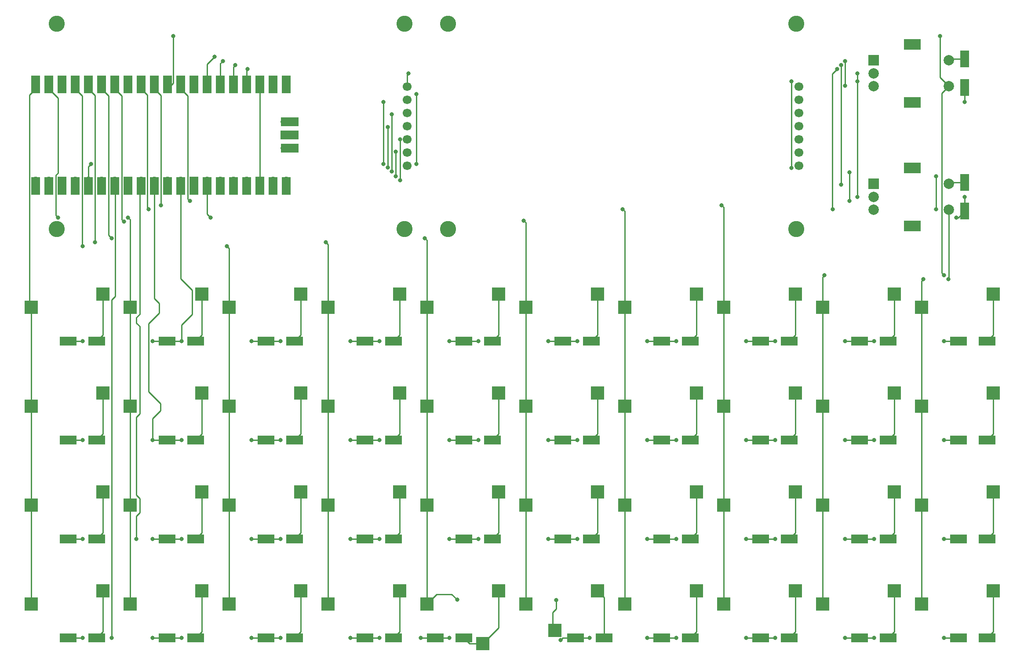
<source format=gbr>
%TF.GenerationSoftware,KiCad,Pcbnew,(6.0.4-0)*%
%TF.CreationDate,2022-09-25T09:44:29-05:00*%
%TF.ProjectId,mekko5X,6d656b6b-6f35-4582-9e6b-696361645f70,rev?*%
%TF.SameCoordinates,Original*%
%TF.FileFunction,Copper,L2,Bot*%
%TF.FilePolarity,Positive*%
%FSLAX46Y46*%
G04 Gerber Fmt 4.6, Leading zero omitted, Abs format (unit mm)*
G04 Created by KiCad (PCBNEW (6.0.4-0)) date 2022-09-25 09:44:29*
%MOMM*%
%LPD*%
G01*
G04 APERTURE LIST*
%TA.AperFunction,SMDPad,CuDef*%
%ADD10R,3.300000X1.700000*%
%TD*%
%TA.AperFunction,SMDPad,CuDef*%
%ADD11R,1.700000X3.300000*%
%TD*%
%TA.AperFunction,ComponentPad*%
%ADD12C,3.100000*%
%TD*%
%TA.AperFunction,ComponentPad*%
%ADD13C,1.700000*%
%TD*%
%TA.AperFunction,SMDPad,CuDef*%
%ADD14R,2.550000X2.500000*%
%TD*%
%TA.AperFunction,ComponentPad*%
%ADD15R,2.000000X2.000000*%
%TD*%
%TA.AperFunction,ComponentPad*%
%ADD16C,2.000000*%
%TD*%
%TA.AperFunction,ComponentPad*%
%ADD17R,3.200000X2.000000*%
%TD*%
%TA.AperFunction,ComponentPad*%
%ADD18O,1.700000X1.700000*%
%TD*%
%TA.AperFunction,SMDPad,CuDef*%
%ADD19R,1.700000X3.500000*%
%TD*%
%TA.AperFunction,ComponentPad*%
%ADD20R,1.700000X1.700000*%
%TD*%
%TA.AperFunction,SMDPad,CuDef*%
%ADD21R,3.500000X1.700000*%
%TD*%
%TA.AperFunction,ViaPad*%
%ADD22C,0.800000*%
%TD*%
%TA.AperFunction,Conductor*%
%ADD23C,0.250000*%
%TD*%
G04 APERTURE END LIST*
D10*
%TO.P,D42,1,K*%
%TO.N,r5*%
X193306250Y-135731250D03*
%TO.P,D42,2,A*%
%TO.N,Net-(D42-Pad2)*%
X198806250Y-135731250D03*
%TD*%
%TO.P,D41,1,K*%
%TO.N,r5*%
X174256250Y-135731250D03*
%TO.P,D41,2,A*%
%TO.N,Net-(D41-Pad2)*%
X179756250Y-135731250D03*
%TD*%
%TO.P,D40,1,K*%
%TO.N,r5*%
X155206250Y-135731250D03*
%TO.P,D40,2,A*%
%TO.N,Net-(D40-Pad2)*%
X160706250Y-135731250D03*
%TD*%
%TO.P,D39,1,K*%
%TO.N,r5*%
X136156250Y-135731250D03*
%TO.P,D39,2,A*%
%TO.N,Net-(D39-Pad2)*%
X141656250Y-135731250D03*
%TD*%
%TO.P,D38,1,K*%
%TO.N,r5*%
X119487500Y-135731250D03*
%TO.P,D38,2,A*%
%TO.N,Net-(D38-Pad2)*%
X124987500Y-135731250D03*
%TD*%
%TO.P,D37,1,K*%
%TO.N,r5*%
X92500000Y-135731250D03*
%TO.P,D37,2,A*%
%TO.N,Net-(D37-Pad2)*%
X98000000Y-135731250D03*
%TD*%
%TO.P,D36,1,K*%
%TO.N,r5*%
X79006250Y-135731250D03*
%TO.P,D36,2,A*%
%TO.N,Net-(D36-Pad2)*%
X84506250Y-135731250D03*
%TD*%
%TO.P,D35,1,K*%
%TO.N,r5*%
X59956250Y-135731250D03*
%TO.P,D35,2,A*%
%TO.N,Net-(D35-Pad2)*%
X65456250Y-135731250D03*
%TD*%
%TO.P,D34,1,K*%
%TO.N,r5*%
X40906250Y-135731250D03*
%TO.P,D34,2,A*%
%TO.N,Net-(D34-Pad2)*%
X46406250Y-135731250D03*
%TD*%
%TO.P,D33,1,K*%
%TO.N,r5*%
X21856250Y-135731250D03*
%TO.P,D33,2,A*%
%TO.N,Net-(D33-Pad2)*%
X27356250Y-135731250D03*
%TD*%
%TO.P,D32,1,K*%
%TO.N,r4*%
X193306250Y-116681250D03*
%TO.P,D32,2,A*%
%TO.N,Net-(D32-Pad2)*%
X198806250Y-116681250D03*
%TD*%
%TO.P,D31,1,K*%
%TO.N,r4*%
X174256250Y-116681250D03*
%TO.P,D31,2,A*%
%TO.N,Net-(D31-Pad2)*%
X179756250Y-116681250D03*
%TD*%
%TO.P,D30,1,K*%
%TO.N,r4*%
X155206250Y-116681250D03*
%TO.P,D30,2,A*%
%TO.N,Net-(D30-Pad2)*%
X160706250Y-116681250D03*
%TD*%
%TO.P,D29,1,K*%
%TO.N,r4*%
X136156250Y-116681250D03*
%TO.P,D29,2,A*%
%TO.N,Net-(D29-Pad2)*%
X141656250Y-116681250D03*
%TD*%
%TO.P,D28,1,K*%
%TO.N,r4*%
X117106250Y-116681250D03*
%TO.P,D28,2,A*%
%TO.N,Net-(D28-Pad2)*%
X122606250Y-116681250D03*
%TD*%
%TO.P,D27,1,K*%
%TO.N,r4*%
X98056250Y-116681250D03*
%TO.P,D27,2,A*%
%TO.N,Net-(D27-Pad2)*%
X103556250Y-116681250D03*
%TD*%
%TO.P,D26,1,K*%
%TO.N,r4*%
X79006250Y-116681250D03*
%TO.P,D26,2,A*%
%TO.N,Net-(D26-Pad2)*%
X84506250Y-116681250D03*
%TD*%
%TO.P,D25,1,K*%
%TO.N,r4*%
X59956250Y-116681250D03*
%TO.P,D25,2,A*%
%TO.N,Net-(D25-Pad2)*%
X65456250Y-116681250D03*
%TD*%
%TO.P,D24,1,K*%
%TO.N,r4*%
X40906250Y-116681250D03*
%TO.P,D24,2,A*%
%TO.N,Net-(D24-Pad2)*%
X46406250Y-116681250D03*
%TD*%
%TO.P,D23,1,K*%
%TO.N,r4*%
X21856250Y-116681250D03*
%TO.P,D23,2,A*%
%TO.N,Net-(D23-Pad2)*%
X27356250Y-116681250D03*
%TD*%
%TO.P,D22,1,K*%
%TO.N,r3*%
X193306250Y-97631250D03*
%TO.P,D22,2,A*%
%TO.N,Net-(D22-Pad2)*%
X198806250Y-97631250D03*
%TD*%
%TO.P,D21,1,K*%
%TO.N,r3*%
X174256250Y-97631250D03*
%TO.P,D21,2,A*%
%TO.N,Net-(D21-Pad2)*%
X179756250Y-97631250D03*
%TD*%
%TO.P,D20,1,K*%
%TO.N,r3*%
X155206250Y-97631250D03*
%TO.P,D20,2,A*%
%TO.N,Net-(D20-Pad2)*%
X160706250Y-97631250D03*
%TD*%
%TO.P,D19,1,K*%
%TO.N,r3*%
X136156250Y-97631250D03*
%TO.P,D19,2,A*%
%TO.N,Net-(D19-Pad2)*%
X141656250Y-97631250D03*
%TD*%
%TO.P,D18,1,K*%
%TO.N,r3*%
X117106250Y-97631250D03*
%TO.P,D18,2,A*%
%TO.N,Net-(D18-Pad2)*%
X122606250Y-97631250D03*
%TD*%
%TO.P,D17,1,K*%
%TO.N,r3*%
X98056250Y-97631250D03*
%TO.P,D17,2,A*%
%TO.N,Net-(D17-Pad2)*%
X103556250Y-97631250D03*
%TD*%
%TO.P,D16,1,K*%
%TO.N,r3*%
X79006250Y-97631250D03*
%TO.P,D16,2,A*%
%TO.N,Net-(D16-Pad2)*%
X84506250Y-97631250D03*
%TD*%
%TO.P,D15,1,K*%
%TO.N,r3*%
X59956250Y-97631250D03*
%TO.P,D15,2,A*%
%TO.N,Net-(D15-Pad2)*%
X65456250Y-97631250D03*
%TD*%
%TO.P,D14,1,K*%
%TO.N,r3*%
X40906250Y-97631250D03*
%TO.P,D14,2,A*%
%TO.N,Net-(D14-Pad2)*%
X46406250Y-97631250D03*
%TD*%
%TO.P,D13,1,K*%
%TO.N,r3*%
X21856250Y-97631250D03*
%TO.P,D13,2,A*%
%TO.N,Net-(D13-Pad2)*%
X27356250Y-97631250D03*
%TD*%
%TO.P,D12,1,K*%
%TO.N,r2*%
X193306250Y-78581250D03*
%TO.P,D12,2,A*%
%TO.N,Net-(D12-Pad2)*%
X198806250Y-78581250D03*
%TD*%
%TO.P,D11,1,K*%
%TO.N,r2*%
X174256250Y-78581250D03*
%TO.P,D11,2,A*%
%TO.N,Net-(D11-Pad2)*%
X179756250Y-78581250D03*
%TD*%
%TO.P,D10,1,K*%
%TO.N,r2*%
X155206250Y-78581250D03*
%TO.P,D10,2,A*%
%TO.N,Net-(D10-Pad2)*%
X160706250Y-78581250D03*
%TD*%
%TO.P,D9,1,K*%
%TO.N,r2*%
X136156250Y-78581250D03*
%TO.P,D9,2,A*%
%TO.N,Net-(D9-Pad2)*%
X141656250Y-78581250D03*
%TD*%
%TO.P,D8,1,K*%
%TO.N,r2*%
X117106250Y-78581250D03*
%TO.P,D8,2,A*%
%TO.N,Net-(D8-Pad2)*%
X122606250Y-78581250D03*
%TD*%
%TO.P,D7,1,K*%
%TO.N,r2*%
X98056250Y-78581250D03*
%TO.P,D7,2,A*%
%TO.N,Net-(D7-Pad2)*%
X103556250Y-78581250D03*
%TD*%
%TO.P,D6,1,K*%
%TO.N,r2*%
X79006250Y-78581250D03*
%TO.P,D6,2,A*%
%TO.N,Net-(D6-Pad2)*%
X84506250Y-78581250D03*
%TD*%
%TO.P,D5,1,K*%
%TO.N,r2*%
X59956250Y-78581250D03*
%TO.P,D5,2,A*%
%TO.N,Net-(D5-Pad2)*%
X65456250Y-78581250D03*
%TD*%
%TO.P,D4,1,K*%
%TO.N,r2*%
X40906250Y-78581250D03*
%TO.P,D4,2,A*%
%TO.N,Net-(D4-Pad2)*%
X46406250Y-78581250D03*
%TD*%
%TO.P,D3,1,K*%
%TO.N,r2*%
X21856250Y-78581250D03*
%TO.P,D3,2,A*%
%TO.N,Net-(D3-Pad2)*%
X27356250Y-78581250D03*
%TD*%
D11*
%TO.P,D2,1,K*%
%TO.N,r1*%
X194468750Y-53550000D03*
%TO.P,D2,2,A*%
%TO.N,Net-(D2-Pad2)*%
X194468750Y-48050000D03*
%TD*%
%TO.P,D1,1,K*%
%TO.N,r1*%
X194468750Y-29737500D03*
%TO.P,D1,2,A*%
%TO.N,Net-(D1-Pad2)*%
X194468750Y-24237500D03*
%TD*%
D12*
%TO.P,U2,*%
%TO.N,*%
X161992500Y-17461250D03*
X94992500Y-17461250D03*
X161992500Y-56961250D03*
X94992500Y-56961250D03*
D13*
%TO.P,U2,1,vss*%
%TO.N,gnd*%
X162492500Y-29591250D03*
%TO.P,U2,2,vdd*%
%TO.N,3v3*%
X162492500Y-32131250D03*
%TO.P,U2,3,sclk*%
%TO.N,sclk*%
X162492500Y-34671250D03*
%TO.P,U2,4,sda*%
%TO.N,sda*%
X162492500Y-37211250D03*
%TO.P,U2,5,res*%
%TO.N,res*%
X162492500Y-39751250D03*
%TO.P,U2,6,dc*%
%TO.N,dc*%
X162492500Y-42291250D03*
%TO.P,U2,7,cs*%
%TO.N,cs2*%
X162492500Y-44831250D03*
%TD*%
D12*
%TO.P,U1,*%
%TO.N,*%
X86586250Y-17461250D03*
X19586250Y-17461250D03*
X86586250Y-56961250D03*
X19586250Y-56961250D03*
D13*
%TO.P,U1,1,vss*%
%TO.N,gnd*%
X87086250Y-29591250D03*
%TO.P,U1,2,vdd*%
%TO.N,3v3*%
X87086250Y-32131250D03*
%TO.P,U1,3,sclk*%
%TO.N,sclk*%
X87086250Y-34671250D03*
%TO.P,U1,4,sda*%
%TO.N,sda*%
X87086250Y-37211250D03*
%TO.P,U1,5,res*%
%TO.N,res*%
X87086250Y-39751250D03*
%TO.P,U1,6,dc*%
%TO.N,dc*%
X87086250Y-42291250D03*
%TO.P,U1,7,cs*%
%TO.N,cs1*%
X87086250Y-44831250D03*
%TD*%
D14*
%TO.P,SW35,1,A*%
%TO.N,Net-(D35-Pad2)*%
X66615000Y-126682500D03*
%TO.P,SW35,2,B*%
%TO.N,c3*%
X52765000Y-129222500D03*
%TD*%
%TO.P,SW26,1,A*%
%TO.N,Net-(D26-Pad2)*%
X85665000Y-107632500D03*
%TO.P,SW26,2,B*%
%TO.N,c4*%
X71815000Y-110172500D03*
%TD*%
%TO.P,SW24,1,A*%
%TO.N,Net-(D24-Pad2)*%
X47565000Y-107632500D03*
%TO.P,SW24,2,B*%
%TO.N,c2*%
X33715000Y-110172500D03*
%TD*%
%TO.P,SW22,1,A*%
%TO.N,Net-(D22-Pad2)*%
X199965000Y-88582500D03*
%TO.P,SW22,2,B*%
%TO.N,c10*%
X186115000Y-91122500D03*
%TD*%
%TO.P,SW9,1,A*%
%TO.N,Net-(D9-Pad2)*%
X142815000Y-69532500D03*
%TO.P,SW9,2,B*%
%TO.N,c7*%
X128965000Y-72072500D03*
%TD*%
%TO.P,SW18,1,A*%
%TO.N,Net-(D18-Pad2)*%
X123765000Y-88582500D03*
%TO.P,SW18,2,B*%
%TO.N,c6*%
X109915000Y-91122500D03*
%TD*%
%TO.P,SW8,1,A*%
%TO.N,Net-(D8-Pad2)*%
X123765000Y-69532500D03*
%TO.P,SW8,2,B*%
%TO.N,c6*%
X109915000Y-72072500D03*
%TD*%
%TO.P,SW32,1,A*%
%TO.N,Net-(D32-Pad2)*%
X199965000Y-107632500D03*
%TO.P,SW32,2,B*%
%TO.N,c10*%
X186115000Y-110172500D03*
%TD*%
D15*
%TO.P,SW1,A,A*%
%TO.N,a1*%
X176900000Y-24487500D03*
D16*
%TO.P,SW1,B,B*%
%TO.N,b1*%
X176900000Y-29487500D03*
%TO.P,SW1,C,C*%
%TO.N,gnd*%
X176900000Y-26987500D03*
D17*
%TO.P,SW1,MP*%
%TO.N,N/C*%
X184400000Y-32587500D03*
X184400000Y-21387500D03*
D16*
%TO.P,SW1,S1,S1*%
%TO.N,c9*%
X191400000Y-29487500D03*
%TO.P,SW1,S2,S2*%
%TO.N,Net-(D1-Pad2)*%
X191400000Y-24487500D03*
%TD*%
D14*
%TO.P,SW29,1,A*%
%TO.N,Net-(D29-Pad2)*%
X142815000Y-107632500D03*
%TO.P,SW29,2,B*%
%TO.N,c7*%
X128965000Y-110172500D03*
%TD*%
%TO.P,SW21,1,A*%
%TO.N,Net-(D21-Pad2)*%
X180915000Y-88582500D03*
%TO.P,SW21,2,B*%
%TO.N,c9*%
X167065000Y-91122500D03*
%TD*%
%TO.P,SW5,1,A*%
%TO.N,Net-(D5-Pad2)*%
X66615000Y-69532500D03*
%TO.P,SW5,2,B*%
%TO.N,c3*%
X52765000Y-72072500D03*
%TD*%
%TO.P,SW41,1,A*%
%TO.N,Net-(D41-Pad2)*%
X180915000Y-126682500D03*
%TO.P,SW41,2,B*%
%TO.N,c9*%
X167065000Y-129222500D03*
%TD*%
%TO.P,SW3,1,A*%
%TO.N,Net-(D3-Pad2)*%
X28515000Y-69532500D03*
%TO.P,SW3,2,B*%
%TO.N,c1*%
X14665000Y-72072500D03*
%TD*%
%TO.P,SW42,1,A*%
%TO.N,Net-(D42-Pad2)*%
X199965000Y-126682500D03*
%TO.P,SW42,2,B*%
%TO.N,c10*%
X186115000Y-129222500D03*
%TD*%
%TO.P,SW34,1,A*%
%TO.N,Net-(D34-Pad2)*%
X47565000Y-126682500D03*
%TO.P,SW34,2,B*%
%TO.N,c2*%
X33715000Y-129222500D03*
%TD*%
%TO.P,SW10,1,A*%
%TO.N,Net-(D10-Pad2)*%
X161865000Y-69532500D03*
%TO.P,SW10,2,B*%
%TO.N,c8*%
X148015000Y-72072500D03*
%TD*%
%TO.P,SW30,1,A*%
%TO.N,Net-(D30-Pad2)*%
X161865000Y-107632500D03*
%TO.P,SW30,2,B*%
%TO.N,c8*%
X148015000Y-110172500D03*
%TD*%
%TO.P,SW36,1,A*%
%TO.N,Net-(D36-Pad2)*%
X85665000Y-126682500D03*
%TO.P,SW36,2,B*%
%TO.N,c4*%
X71815000Y-129222500D03*
%TD*%
%TO.P,SW4,1,A*%
%TO.N,Net-(D4-Pad2)*%
X47565000Y-69532500D03*
%TO.P,SW4,2,B*%
%TO.N,c2*%
X33715000Y-72072500D03*
%TD*%
%TO.P,SW31,1,A*%
%TO.N,Net-(D31-Pad2)*%
X180915000Y-107632500D03*
%TO.P,SW31,2,B*%
%TO.N,c9*%
X167065000Y-110172500D03*
%TD*%
%TO.P,SW16,1,A*%
%TO.N,Net-(D16-Pad2)*%
X85665000Y-88582500D03*
%TO.P,SW16,2,B*%
%TO.N,c4*%
X71815000Y-91122500D03*
%TD*%
%TO.P,SW33,1,A*%
%TO.N,Net-(D33-Pad2)*%
X28515000Y-126682500D03*
%TO.P,SW33,2,B*%
%TO.N,c1*%
X14665000Y-129222500D03*
%TD*%
%TO.P,SW7,1,A*%
%TO.N,Net-(D7-Pad2)*%
X104715000Y-69532500D03*
%TO.P,SW7,2,B*%
%TO.N,c5*%
X90865000Y-72072500D03*
%TD*%
%TO.P,SW44,1,A*%
%TO.N,Net-(D37-Pad2)*%
X101660000Y-136842500D03*
%TO.P,SW44,2,B*%
%TO.N,c5*%
X115510000Y-134302500D03*
%TD*%
D15*
%TO.P,SW2,A,A*%
%TO.N,a2*%
X176900000Y-48300000D03*
D16*
%TO.P,SW2,B,B*%
%TO.N,b2*%
X176900000Y-53300000D03*
%TO.P,SW2,C,C*%
%TO.N,gnd*%
X176900000Y-50800000D03*
D17*
%TO.P,SW2,MP*%
%TO.N,N/C*%
X184400000Y-56400000D03*
X184400000Y-45200000D03*
D16*
%TO.P,SW2,S1,S1*%
%TO.N,c10*%
X191400000Y-53300000D03*
%TO.P,SW2,S2,S2*%
%TO.N,Net-(D2-Pad2)*%
X191400000Y-48300000D03*
%TD*%
D14*
%TO.P,SW37,1,A*%
%TO.N,Net-(D37-Pad2)*%
X104715000Y-126682500D03*
%TO.P,SW37,2,B*%
%TO.N,c5*%
X90865000Y-129222500D03*
%TD*%
%TO.P,SW27,1,A*%
%TO.N,Net-(D27-Pad2)*%
X104715000Y-107632500D03*
%TO.P,SW27,2,B*%
%TO.N,c5*%
X90865000Y-110172500D03*
%TD*%
%TO.P,SW11,1,A*%
%TO.N,Net-(D11-Pad2)*%
X180915000Y-69532500D03*
%TO.P,SW11,2,B*%
%TO.N,c9*%
X167065000Y-72072500D03*
%TD*%
%TO.P,SW20,1,A*%
%TO.N,Net-(D20-Pad2)*%
X161865000Y-88582500D03*
%TO.P,SW20,2,B*%
%TO.N,c8*%
X148015000Y-91122500D03*
%TD*%
%TO.P,SW15,1,A*%
%TO.N,Net-(D15-Pad2)*%
X66615000Y-88582500D03*
%TO.P,SW15,2,B*%
%TO.N,c3*%
X52765000Y-91122500D03*
%TD*%
%TO.P,SW38,1,A*%
%TO.N,Net-(D38-Pad2)*%
X123765000Y-126682500D03*
%TO.P,SW38,2,B*%
%TO.N,c6*%
X109915000Y-129222500D03*
%TD*%
%TO.P,SW39,1,A*%
%TO.N,Net-(D39-Pad2)*%
X142815000Y-126682500D03*
%TO.P,SW39,2,B*%
%TO.N,c7*%
X128965000Y-129222500D03*
%TD*%
%TO.P,SW19,1,A*%
%TO.N,Net-(D19-Pad2)*%
X142815000Y-88582500D03*
%TO.P,SW19,2,B*%
%TO.N,c7*%
X128965000Y-91122500D03*
%TD*%
%TO.P,SW6,1,A*%
%TO.N,Net-(D6-Pad2)*%
X85665000Y-69532500D03*
%TO.P,SW6,2,B*%
%TO.N,c4*%
X71815000Y-72072500D03*
%TD*%
%TO.P,SW13,1,A*%
%TO.N,Net-(D13-Pad2)*%
X28515000Y-88582500D03*
%TO.P,SW13,2,B*%
%TO.N,c1*%
X14665000Y-91122500D03*
%TD*%
%TO.P,SW28,1,A*%
%TO.N,Net-(D28-Pad2)*%
X123765000Y-107632500D03*
%TO.P,SW28,2,B*%
%TO.N,c6*%
X109915000Y-110172500D03*
%TD*%
%TO.P,SW25,1,A*%
%TO.N,Net-(D25-Pad2)*%
X66615000Y-107632500D03*
%TO.P,SW25,2,B*%
%TO.N,c3*%
X52765000Y-110172500D03*
%TD*%
%TO.P,SW40,1,A*%
%TO.N,Net-(D40-Pad2)*%
X161865000Y-126682500D03*
%TO.P,SW40,2,B*%
%TO.N,c8*%
X148015000Y-129222500D03*
%TD*%
%TO.P,SW17,1,A*%
%TO.N,Net-(D17-Pad2)*%
X104715000Y-88582500D03*
%TO.P,SW17,2,B*%
%TO.N,c5*%
X90865000Y-91122500D03*
%TD*%
%TO.P,SW23,1,A*%
%TO.N,Net-(D23-Pad2)*%
X28515000Y-107632500D03*
%TO.P,SW23,2,B*%
%TO.N,c1*%
X14665000Y-110172500D03*
%TD*%
%TO.P,SW14,1,A*%
%TO.N,Net-(D14-Pad2)*%
X47565000Y-88582500D03*
%TO.P,SW14,2,B*%
%TO.N,c2*%
X33715000Y-91122500D03*
%TD*%
%TO.P,SW12,1,A*%
%TO.N,Net-(D12-Pad2)*%
X199965000Y-69532500D03*
%TO.P,SW12,2,B*%
%TO.N,c10*%
X186115000Y-72072500D03*
%TD*%
D18*
%TO.P,U3,1,GPIO0*%
%TO.N,c1*%
X15557500Y-30003750D03*
D19*
X15557500Y-29103750D03*
%TO.P,U3,2,GPIO1*%
%TO.N,c2*%
X18097500Y-29103750D03*
D18*
X18097500Y-30003750D03*
D20*
%TO.P,U3,3,GND*%
%TO.N,unconnected-(U3-Pad3)*%
X20637500Y-30003750D03*
D19*
X20637500Y-29103750D03*
%TO.P,U3,4,GPIO2*%
%TO.N,c3*%
X23177500Y-29103750D03*
D18*
X23177500Y-30003750D03*
D19*
%TO.P,U3,5,GPIO3*%
%TO.N,c4*%
X25717500Y-29103750D03*
D18*
X25717500Y-30003750D03*
%TO.P,U3,6,GPIO4*%
%TO.N,c5*%
X28257500Y-30003750D03*
D19*
X28257500Y-29103750D03*
%TO.P,U3,7,GPIO5*%
%TO.N,c6*%
X30797500Y-29103750D03*
D18*
X30797500Y-30003750D03*
D19*
%TO.P,U3,8,GND*%
%TO.N,unconnected-(U3-Pad8)*%
X33337500Y-29103750D03*
D20*
X33337500Y-30003750D03*
D19*
%TO.P,U3,9,GPIO6*%
%TO.N,c7*%
X35877500Y-29103750D03*
D18*
X35877500Y-30003750D03*
%TO.P,U3,10,GPIO7*%
%TO.N,c8*%
X38417500Y-30003750D03*
D19*
X38417500Y-29103750D03*
D18*
%TO.P,U3,11,GPIO8*%
%TO.N,c9*%
X40957500Y-30003750D03*
D19*
X40957500Y-29103750D03*
D18*
%TO.P,U3,12,GPIO9*%
%TO.N,c10*%
X43497500Y-30003750D03*
D19*
X43497500Y-29103750D03*
%TO.P,U3,13,GND*%
%TO.N,unconnected-(U3-Pad13)*%
X46037500Y-29103750D03*
D20*
X46037500Y-30003750D03*
D19*
%TO.P,U3,14,GPIO10*%
%TO.N,a1*%
X48577500Y-29103750D03*
D18*
X48577500Y-30003750D03*
D19*
%TO.P,U3,15,GPIO11*%
%TO.N,b1*%
X51117500Y-29103750D03*
D18*
X51117500Y-30003750D03*
D19*
%TO.P,U3,16,GPIO12*%
%TO.N,a2*%
X53657500Y-29103750D03*
D18*
X53657500Y-30003750D03*
%TO.P,U3,17,GPIO13*%
%TO.N,b2*%
X56197500Y-30003750D03*
D19*
X56197500Y-29103750D03*
D20*
%TO.P,U3,18,GND*%
%TO.N,gnd*%
X58737500Y-30003750D03*
D19*
X58737500Y-29103750D03*
%TO.P,U3,19,GPIO14*%
%TO.N,cs2*%
X61277500Y-29103750D03*
D18*
X61277500Y-30003750D03*
D19*
%TO.P,U3,20,GPIO15*%
%TO.N,cs1*%
X63817500Y-29103750D03*
D18*
X63817500Y-30003750D03*
D19*
%TO.P,U3,21,GPIO16*%
%TO.N,res*%
X63817500Y-48683750D03*
D18*
X63817500Y-47783750D03*
%TO.P,U3,22,GPIO17*%
%TO.N,dc*%
X61277500Y-47783750D03*
D19*
X61277500Y-48683750D03*
%TO.P,U3,23,GND*%
%TO.N,gnd*%
X58737500Y-48683750D03*
D20*
X58737500Y-47783750D03*
D19*
%TO.P,U3,24,GPIO18*%
%TO.N,sclk*%
X56197500Y-48683750D03*
D18*
X56197500Y-47783750D03*
%TO.P,U3,25,GPIO19*%
%TO.N,sda*%
X53657500Y-47783750D03*
D19*
X53657500Y-48683750D03*
D18*
%TO.P,U3,26,GPIO20*%
%TO.N,unconnected-(U3-Pad26)*%
X51117500Y-47783750D03*
D19*
X51117500Y-48683750D03*
D18*
%TO.P,U3,27,GPIO21*%
%TO.N,r1*%
X48577500Y-47783750D03*
D19*
X48577500Y-48683750D03*
%TO.P,U3,28,GND*%
%TO.N,unconnected-(U3-Pad28)*%
X46037500Y-48683750D03*
D20*
X46037500Y-47783750D03*
D19*
%TO.P,U3,29,GPIO22*%
%TO.N,r2*%
X43497500Y-48683750D03*
D18*
X43497500Y-47783750D03*
D19*
%TO.P,U3,30,RUN*%
%TO.N,unconnected-(U3-Pad30)*%
X40957500Y-48683750D03*
D18*
X40957500Y-47783750D03*
D19*
%TO.P,U3,31,GPIO26_ADC0*%
%TO.N,r3*%
X38417500Y-48683750D03*
D18*
X38417500Y-47783750D03*
%TO.P,U3,32,GPIO27_ADC1*%
%TO.N,r4*%
X35877500Y-47783750D03*
D19*
X35877500Y-48683750D03*
D20*
%TO.P,U3,33,AGND*%
%TO.N,unconnected-(U3-Pad33)*%
X33337500Y-47783750D03*
D19*
X33337500Y-48683750D03*
D18*
%TO.P,U3,34,GPIO28_ADC2*%
%TO.N,r5*%
X30797500Y-47783750D03*
D19*
X30797500Y-48683750D03*
D18*
%TO.P,U3,35,ADC_VREF*%
%TO.N,unconnected-(U3-Pad35)*%
X28257500Y-47783750D03*
D19*
X28257500Y-48683750D03*
D18*
%TO.P,U3,36,3V3*%
%TO.N,3v3*%
X25717500Y-47783750D03*
D19*
X25717500Y-48683750D03*
D18*
%TO.P,U3,37,3V3_EN*%
%TO.N,unconnected-(U3-Pad37)*%
X23177500Y-47783750D03*
D19*
X23177500Y-48683750D03*
D20*
%TO.P,U3,38,GND*%
%TO.N,unconnected-(U3-Pad38)*%
X20637500Y-47783750D03*
D19*
X20637500Y-48683750D03*
%TO.P,U3,39,VSYS*%
%TO.N,unconnected-(U3-Pad39)*%
X18097500Y-48683750D03*
D18*
X18097500Y-47783750D03*
%TO.P,U3,40,VBUS*%
%TO.N,unconnected-(U3-Pad40)*%
X15557500Y-47783750D03*
D19*
X15557500Y-48683750D03*
D18*
%TO.P,U3,41,SWCLK*%
%TO.N,unconnected-(U3-Pad41)*%
X63587500Y-36353750D03*
D21*
X64487500Y-36353750D03*
D20*
%TO.P,U3,42,GND*%
%TO.N,unconnected-(U3-Pad42)*%
X63587500Y-38893750D03*
D21*
X64487500Y-38893750D03*
D18*
%TO.P,U3,43,SWDIO*%
%TO.N,unconnected-(U3-Pad43)*%
X63587500Y-41433750D03*
D21*
X64487500Y-41433750D03*
%TD*%
D22*
%TO.N,cs2*%
X161131250Y-45243750D03*
X161131250Y-28575000D03*
%TO.N,cs1*%
X88900000Y-44450000D03*
%TO.N,gnd*%
X173831250Y-28575000D03*
%TO.N,cs1*%
X88900000Y-30956250D03*
%TO.N,res*%
X85725000Y-39687500D03*
%TO.N,dc*%
X84931250Y-42068750D03*
%TO.N,sclk*%
X84137500Y-34925000D03*
%TO.N,3v3*%
X82550000Y-32543750D03*
%TO.N,gnd*%
X87312500Y-26987500D03*
%TO.N,r1*%
X194468750Y-50800000D03*
X192881250Y-54768750D03*
X49212500Y-54768750D03*
X194468750Y-32543750D03*
%TO.N,r2*%
X24606250Y-78581250D03*
X152400000Y-78581250D03*
X76200000Y-78581250D03*
X133350000Y-78581250D03*
X81756250Y-78581250D03*
X57150000Y-78581250D03*
X119856250Y-78581250D03*
X177006250Y-78581250D03*
X190500000Y-78581250D03*
X114300000Y-78581250D03*
X43656250Y-78581250D03*
X62706250Y-78581250D03*
X157956250Y-78581250D03*
X100806250Y-78581250D03*
X171450000Y-78581250D03*
X138906250Y-78581250D03*
X95250000Y-78581250D03*
X38100000Y-78581250D03*
%TO.N,r3*%
X157956250Y-97631250D03*
X95250000Y-97631250D03*
X152400000Y-97631250D03*
X138906250Y-97631250D03*
X57150000Y-97631250D03*
X76200000Y-97631250D03*
X133350000Y-97631250D03*
X119856250Y-97631250D03*
X114300000Y-97631250D03*
X190500000Y-97631250D03*
X177006250Y-97631250D03*
X81756250Y-97631250D03*
X171450000Y-97631250D03*
X100806250Y-97631250D03*
X43656250Y-97631250D03*
X24606250Y-97631250D03*
X62706250Y-97631250D03*
X38100000Y-97631250D03*
%TO.N,r4*%
X177006250Y-116681250D03*
X76200000Y-116681250D03*
X119856250Y-116681250D03*
X81756250Y-116681250D03*
X190500000Y-116681250D03*
X171450000Y-116681250D03*
X57150000Y-116681250D03*
X34925000Y-116681250D03*
X100806250Y-116681250D03*
X43656250Y-116681250D03*
X38100000Y-116681250D03*
X138906250Y-116681250D03*
X133350000Y-116681250D03*
X24606250Y-116681250D03*
X62706250Y-116681250D03*
X114300000Y-116681250D03*
X95250000Y-116681250D03*
X152400000Y-116681250D03*
X157956250Y-116681250D03*
%TO.N,r5*%
X89693750Y-135731250D03*
X152400000Y-135731250D03*
X76200000Y-135731250D03*
X62706250Y-135731250D03*
X30162500Y-135731250D03*
X57150000Y-135731250D03*
X171450000Y-135731250D03*
X157956250Y-135731250D03*
X81756250Y-135731250D03*
X122237500Y-135731250D03*
X116681250Y-136152002D03*
X43656250Y-135731250D03*
X190500000Y-135731250D03*
X38100000Y-135731250D03*
X24606250Y-135731250D03*
X138906250Y-135731250D03*
X95250000Y-135731250D03*
X133350000Y-135731250D03*
X177006250Y-135731250D03*
%TO.N,a1*%
X50006250Y-23812500D03*
%TO.N,b1*%
X171450000Y-29368750D03*
X51593750Y-24606250D03*
X171450000Y-24606250D03*
%TO.N,gnd*%
X173831250Y-50800000D03*
X173831250Y-26987500D03*
%TO.N,c9*%
X189706250Y-19843750D03*
X190500000Y-65881250D03*
X167481250Y-65881250D03*
X42068750Y-19843750D03*
%TO.N,a2*%
X170656250Y-25400000D03*
X170656250Y-48418750D03*
X53975000Y-25400000D03*
%TO.N,b2*%
X169068750Y-53181250D03*
X56356250Y-26193750D03*
X169862500Y-26193750D03*
%TO.N,c10*%
X191293750Y-66675000D03*
X172243750Y-51593750D03*
X45243750Y-51593750D03*
X188912500Y-46831250D03*
X186531250Y-66675000D03*
X188912500Y-53181250D03*
X172243750Y-46037500D03*
%TO.N,c2*%
X33337500Y-54768750D03*
X19843750Y-54768750D03*
%TO.N,c3*%
X52387500Y-60325000D03*
X24606250Y-60325000D03*
%TO.N,c4*%
X26987500Y-59531250D03*
X71437500Y-59560261D03*
%TO.N,c5*%
X30162500Y-58737500D03*
X96724215Y-128395596D03*
X90487500Y-58737500D03*
X115761456Y-128435499D03*
%TO.N,c6*%
X109537500Y-55349011D03*
X32543750Y-55562500D03*
%TO.N,c7*%
X128587500Y-53181250D03*
X37306250Y-53181250D03*
%TO.N,c8*%
X39687500Y-52387500D03*
X147637500Y-52387500D03*
%TO.N,3v3*%
X26193750Y-44450000D03*
X82550000Y-44435739D03*
%TO.N,sclk*%
X84137500Y-45884739D03*
%TO.N,sda*%
X83343750Y-37306250D03*
X83343750Y-45160239D03*
%TO.N,res*%
X85725000Y-47625000D03*
%TO.N,dc*%
X84931250Y-46831250D03*
%TD*%
D23*
%TO.N,cs2*%
X161131250Y-28575000D02*
X161131250Y-45243750D01*
%TO.N,cs1*%
X88900000Y-30956250D02*
X88900000Y-44450000D01*
%TO.N,gnd*%
X173831250Y-44450000D02*
X173831250Y-28575000D01*
X173831250Y-28575000D02*
X173831250Y-26987500D01*
%TO.N,res*%
X85725000Y-47625000D02*
X85725000Y-39687500D01*
%TO.N,dc*%
X84931250Y-46831250D02*
X84931250Y-42068750D01*
%TO.N,sclk*%
X84137500Y-45884739D02*
X84137500Y-34925000D01*
%TO.N,3v3*%
X82550000Y-44435739D02*
X82550000Y-32543750D01*
%TO.N,gnd*%
X87312500Y-26987500D02*
X87086250Y-27213750D01*
X87086250Y-27213750D02*
X87086250Y-29591250D01*
%TO.N,r1*%
X194468750Y-50800000D02*
X194468750Y-53550000D01*
X48577500Y-54133750D02*
X49212500Y-54768750D01*
X192881250Y-54768750D02*
X193250000Y-54768750D01*
X194468750Y-29737500D02*
X194468750Y-32543750D01*
X48577500Y-47783750D02*
X48577500Y-54133750D01*
X193250000Y-54768750D02*
X194468750Y-53550000D01*
%TO.N,Net-(D1-Pad2)*%
X194468750Y-24237500D02*
X191650000Y-24237500D01*
X191650000Y-24237500D02*
X191400000Y-24487500D01*
%TO.N,Net-(D2-Pad2)*%
X194468750Y-48050000D02*
X191650000Y-48050000D01*
X191650000Y-48050000D02*
X191400000Y-48300000D01*
%TO.N,r2*%
X98056250Y-78581250D02*
X95250000Y-78581250D01*
X157956250Y-78581250D02*
X155206250Y-78581250D01*
X45689521Y-73372979D02*
X43656250Y-75406250D01*
X43656250Y-75406250D02*
X43656250Y-78581250D01*
X136156250Y-78581250D02*
X133350000Y-78581250D01*
X62706250Y-78581250D02*
X59956250Y-78581250D01*
X81756250Y-78581250D02*
X79006250Y-78581250D01*
X117106250Y-78581250D02*
X114300000Y-78581250D01*
X43497500Y-66564026D02*
X45689521Y-68756047D01*
X193306250Y-78581250D02*
X190500000Y-78581250D01*
X43497500Y-47783750D02*
X43497500Y-66564026D01*
X45689521Y-68756047D02*
X45689521Y-73372979D01*
X59956250Y-78581250D02*
X57150000Y-78581250D01*
X174256250Y-78581250D02*
X171450000Y-78581250D01*
X79006250Y-78581250D02*
X76200000Y-78581250D01*
X100806250Y-78581250D02*
X98056250Y-78581250D01*
X138906250Y-78581250D02*
X136156250Y-78581250D01*
X40906250Y-78581250D02*
X38100000Y-78581250D01*
X24606250Y-78581250D02*
X21856250Y-78581250D01*
X177006250Y-78581250D02*
X174256250Y-78581250D01*
X43656250Y-78581250D02*
X40906250Y-78581250D01*
X119856250Y-78581250D02*
X117106250Y-78581250D01*
X155206250Y-78581250D02*
X152400000Y-78581250D01*
%TO.N,Net-(D3-Pad2)*%
X28530421Y-69547921D02*
X28530421Y-77407079D01*
X28530421Y-77407079D02*
X27356250Y-78581250D01*
X28515000Y-69532500D02*
X28530421Y-69547921D01*
%TO.N,Net-(D4-Pad2)*%
X47565000Y-69532500D02*
X47580421Y-69547921D01*
X47580421Y-69547921D02*
X47580421Y-77407079D01*
X47580421Y-77407079D02*
X46406250Y-78581250D01*
%TO.N,Net-(D5-Pad2)*%
X66630421Y-69547921D02*
X66630421Y-77407079D01*
X66630421Y-77407079D02*
X65456250Y-78581250D01*
X66615000Y-69532500D02*
X66630421Y-69547921D01*
%TO.N,Net-(D6-Pad2)*%
X85665000Y-69532500D02*
X85680421Y-69547921D01*
X85680421Y-77407079D02*
X84506250Y-78581250D01*
X85680421Y-69547921D02*
X85680421Y-77407079D01*
%TO.N,Net-(D7-Pad2)*%
X104715000Y-69532500D02*
X104730421Y-69547921D01*
X104730421Y-77407079D02*
X103556250Y-78581250D01*
X104730421Y-69547921D02*
X104730421Y-77407079D01*
%TO.N,Net-(D8-Pad2)*%
X123780421Y-69547921D02*
X123780421Y-77407079D01*
X123780421Y-77407079D02*
X122606250Y-78581250D01*
X123765000Y-69532500D02*
X123780421Y-69547921D01*
%TO.N,Net-(D9-Pad2)*%
X142830421Y-77407079D02*
X141656250Y-78581250D01*
X142815000Y-69532500D02*
X142830421Y-69547921D01*
X142830421Y-69547921D02*
X142830421Y-77407079D01*
%TO.N,Net-(D10-Pad2)*%
X161880421Y-77407079D02*
X160706250Y-78581250D01*
X161865000Y-69532500D02*
X161880421Y-69547921D01*
X161880421Y-69547921D02*
X161880421Y-77407079D01*
%TO.N,Net-(D11-Pad2)*%
X180930421Y-69547921D02*
X180930421Y-77407079D01*
X180915000Y-69532500D02*
X180930421Y-69547921D01*
X180930421Y-77407079D02*
X179756250Y-78581250D01*
%TO.N,Net-(D12-Pad2)*%
X199980421Y-77407079D02*
X198806250Y-78581250D01*
X199980421Y-69547921D02*
X199980421Y-77407079D01*
X199965000Y-69532500D02*
X199980421Y-69547921D01*
%TO.N,r3*%
X21856250Y-97631250D02*
X24606250Y-97631250D01*
X117106250Y-97631250D02*
X119856250Y-97631250D01*
X152400000Y-97631250D02*
X155206250Y-97631250D01*
X76200000Y-97631250D02*
X79006250Y-97631250D01*
X39600273Y-90606799D02*
X39600273Y-91987773D01*
X59956250Y-97631250D02*
X62706250Y-97631250D01*
X136156250Y-97631250D02*
X138906250Y-97631250D01*
X40906250Y-97631250D02*
X43656250Y-97631250D01*
X133350000Y-97631250D02*
X136156250Y-97631250D01*
X190500000Y-97631250D02*
X193306250Y-97631250D01*
X39339521Y-71296047D02*
X39339521Y-73198525D01*
X155206250Y-97631250D02*
X157956250Y-97631250D01*
X171450000Y-97631250D02*
X174256250Y-97631250D01*
X79006250Y-97631250D02*
X81756250Y-97631250D01*
X38417500Y-47783750D02*
X38417500Y-70374026D01*
X98056250Y-97631250D02*
X100806250Y-97631250D01*
X38100000Y-93488046D02*
X38100000Y-97631250D01*
X95250000Y-97631250D02*
X98056250Y-97631250D01*
X39339521Y-73198525D02*
X37306250Y-75231796D01*
X37306250Y-75231796D02*
X37306250Y-88312776D01*
X38417500Y-70374026D02*
X39339521Y-71296047D01*
X174256250Y-97631250D02*
X177006250Y-97631250D01*
X114300000Y-97631250D02*
X117106250Y-97631250D01*
X38100000Y-97631250D02*
X40906250Y-97631250D01*
X57150000Y-97631250D02*
X59956250Y-97631250D01*
X37306250Y-88312776D02*
X39600273Y-90606799D01*
X39600273Y-91987773D02*
X38100000Y-93488046D01*
%TO.N,Net-(D13-Pad2)*%
X28530421Y-88597921D02*
X28530421Y-96457079D01*
X28530421Y-96457079D02*
X27356250Y-97631250D01*
X28515000Y-88582500D02*
X28530421Y-88597921D01*
%TO.N,Net-(D14-Pad2)*%
X47580421Y-88597921D02*
X47580421Y-96457079D01*
X47565000Y-88582500D02*
X47580421Y-88597921D01*
X47580421Y-96457079D02*
X46406250Y-97631250D01*
%TO.N,Net-(D15-Pad2)*%
X66630421Y-96457079D02*
X65456250Y-97631250D01*
X66615000Y-88582500D02*
X66630421Y-88597921D01*
X66630421Y-88597921D02*
X66630421Y-96457079D01*
%TO.N,Net-(D16-Pad2)*%
X85665000Y-88582500D02*
X85680421Y-88597921D01*
X85680421Y-88597921D02*
X85680421Y-96457079D01*
X85680421Y-96457079D02*
X84506250Y-97631250D01*
%TO.N,Net-(D17-Pad2)*%
X104715000Y-88582500D02*
X104730421Y-88597921D01*
X104730421Y-96457079D02*
X103556250Y-97631250D01*
X104730421Y-88597921D02*
X104730421Y-96457079D01*
%TO.N,Net-(D18-Pad2)*%
X123765000Y-88582500D02*
X123780421Y-88597921D01*
X123780421Y-88597921D02*
X123780421Y-96457079D01*
X123780421Y-96457079D02*
X122606250Y-97631250D01*
%TO.N,Net-(D19-Pad2)*%
X142830421Y-88597921D02*
X142830421Y-96457079D01*
X142815000Y-88582500D02*
X142830421Y-88597921D01*
X142830421Y-96457079D02*
X141656250Y-97631250D01*
%TO.N,Net-(D20-Pad2)*%
X161865000Y-88582500D02*
X161880421Y-88597921D01*
X161880421Y-96457079D02*
X160706250Y-97631250D01*
X161880421Y-88597921D02*
X161880421Y-96457079D01*
%TO.N,Net-(D21-Pad2)*%
X180930421Y-88597921D02*
X180930421Y-96457079D01*
X180915000Y-88582500D02*
X180930421Y-88597921D01*
X180930421Y-96457079D02*
X179756250Y-97631250D01*
%TO.N,Net-(D22-Pad2)*%
X199965000Y-88582500D02*
X199980421Y-88597921D01*
X199980421Y-88597921D02*
X199980421Y-96457079D01*
X199980421Y-96457079D02*
X198806250Y-97631250D01*
%TO.N,r4*%
X133350000Y-116681250D02*
X136156250Y-116681250D01*
X35590479Y-111584013D02*
X34925000Y-112249492D01*
X59956250Y-116681250D02*
X62706250Y-116681250D01*
X117106250Y-116681250D02*
X119856250Y-116681250D01*
X34925000Y-108208478D02*
X35590479Y-108873957D01*
X190500000Y-116681250D02*
X193306250Y-116681250D01*
X171450000Y-116681250D02*
X174256250Y-116681250D01*
X174256250Y-116681250D02*
X177006250Y-116681250D01*
X34969579Y-75120087D02*
X35590479Y-75740987D01*
X79006250Y-116681250D02*
X81756250Y-116681250D01*
X35590479Y-92534013D02*
X34925000Y-93199492D01*
X98056250Y-116681250D02*
X100806250Y-116681250D01*
X40906250Y-116681250D02*
X43656250Y-116681250D01*
X95250000Y-116681250D02*
X98056250Y-116681250D01*
X34925000Y-93199492D02*
X34925000Y-108208478D01*
X57150000Y-116681250D02*
X59956250Y-116681250D01*
X35590479Y-108873957D02*
X35590479Y-111584013D01*
X76200000Y-116681250D02*
X79006250Y-116681250D01*
X35590479Y-75740987D02*
X35590479Y-92534013D01*
X114300000Y-116681250D02*
X117106250Y-116681250D01*
X35877500Y-47783750D02*
X35590479Y-48070771D01*
X21856250Y-116681250D02*
X24606250Y-116681250D01*
X34969579Y-74043895D02*
X34969579Y-75120087D01*
X35590479Y-73422995D02*
X34969579Y-74043895D01*
X38100000Y-116681250D02*
X40906250Y-116681250D01*
X152400000Y-116681250D02*
X155206250Y-116681250D01*
X136156250Y-116681250D02*
X138906250Y-116681250D01*
X34925000Y-112249492D02*
X34925000Y-116681250D01*
X155206250Y-116681250D02*
X157956250Y-116681250D01*
X35590479Y-48070771D02*
X35590479Y-73422995D01*
%TO.N,Net-(D23-Pad2)*%
X28515000Y-107632500D02*
X28530421Y-107647921D01*
X28530421Y-115507079D02*
X27356250Y-116681250D01*
X28530421Y-107647921D02*
X28530421Y-115507079D01*
%TO.N,Net-(D24-Pad2)*%
X47565000Y-107632500D02*
X47580421Y-107647921D01*
X47580421Y-107647921D02*
X47580421Y-115507079D01*
X47580421Y-115507079D02*
X46406250Y-116681250D01*
%TO.N,Net-(D25-Pad2)*%
X66615000Y-107632500D02*
X66630421Y-107647921D01*
X66630421Y-107647921D02*
X66630421Y-115507079D01*
X66630421Y-115507079D02*
X65456250Y-116681250D01*
%TO.N,Net-(D26-Pad2)*%
X85680421Y-107647921D02*
X85680421Y-115507079D01*
X85665000Y-107632500D02*
X85680421Y-107647921D01*
X85680421Y-115507079D02*
X84506250Y-116681250D01*
%TO.N,Net-(D27-Pad2)*%
X104730421Y-115507079D02*
X103556250Y-116681250D01*
X104730421Y-107647921D02*
X104730421Y-115507079D01*
X104715000Y-107632500D02*
X104730421Y-107647921D01*
%TO.N,Net-(D28-Pad2)*%
X123765000Y-107632500D02*
X123780421Y-107647921D01*
X123780421Y-107647921D02*
X123780421Y-115507079D01*
X123780421Y-115507079D02*
X122606250Y-116681250D01*
%TO.N,Net-(D29-Pad2)*%
X142815000Y-107632500D02*
X142830421Y-107647921D01*
X142830421Y-107647921D02*
X142830421Y-115507079D01*
X142830421Y-115507079D02*
X141656250Y-116681250D01*
%TO.N,Net-(D30-Pad2)*%
X161880421Y-107647921D02*
X161880421Y-115507079D01*
X161880421Y-115507079D02*
X160706250Y-116681250D01*
X161865000Y-107632500D02*
X161880421Y-107647921D01*
%TO.N,Net-(D31-Pad2)*%
X180915000Y-107632500D02*
X180930421Y-107647921D01*
X180930421Y-115507079D02*
X179756250Y-116681250D01*
X180930421Y-107647921D02*
X180930421Y-115507079D01*
%TO.N,Net-(D32-Pad2)*%
X199965000Y-107632500D02*
X199980421Y-107647921D01*
X199980421Y-107647921D02*
X199980421Y-115507079D01*
X199980421Y-115507079D02*
X198806250Y-116681250D01*
%TO.N,r5*%
X136156250Y-135731250D02*
X138906250Y-135731250D01*
X30162500Y-70643750D02*
X30162500Y-135731250D01*
X190500000Y-135731250D02*
X193306250Y-135731250D01*
X119487500Y-135731250D02*
X122237500Y-135731250D01*
X30887011Y-47873261D02*
X30887011Y-69919239D01*
X117102002Y-135731250D02*
X119487500Y-135731250D01*
X152400000Y-135731250D02*
X155206250Y-135731250D01*
X76200000Y-135731250D02*
X79006250Y-135731250D01*
X171450000Y-135731250D02*
X174256250Y-135731250D01*
X92500000Y-135731250D02*
X95250000Y-135731250D01*
X89693750Y-135731250D02*
X92500000Y-135731250D01*
X30887011Y-69919239D02*
X30162500Y-70643750D01*
X30797500Y-47783750D02*
X30887011Y-47873261D01*
X57150000Y-135731250D02*
X59956250Y-135731250D01*
X79006250Y-135731250D02*
X81756250Y-135731250D01*
X116681250Y-136152002D02*
X117102002Y-135731250D01*
X38100000Y-135731250D02*
X40906250Y-135731250D01*
X59956250Y-135731250D02*
X62706250Y-135731250D01*
X174256250Y-135731250D02*
X177006250Y-135731250D01*
X40906250Y-135731250D02*
X43656250Y-135731250D01*
X133350000Y-135731250D02*
X136156250Y-135731250D01*
X24606250Y-135731250D02*
X21856250Y-135731250D01*
X155206250Y-135731250D02*
X157956250Y-135731250D01*
%TO.N,Net-(D33-Pad2)*%
X28530421Y-126697921D02*
X28530421Y-134557079D01*
X28515000Y-126682500D02*
X28530421Y-126697921D01*
X28530421Y-134557079D02*
X27356250Y-135731250D01*
%TO.N,Net-(D34-Pad2)*%
X47580421Y-126697921D02*
X47580421Y-134557079D01*
X47580421Y-134557079D02*
X46406250Y-135731250D01*
X47565000Y-126682500D02*
X47580421Y-126697921D01*
%TO.N,Net-(D35-Pad2)*%
X66630421Y-134557079D02*
X65456250Y-135731250D01*
X66630421Y-126697921D02*
X66630421Y-134557079D01*
X66615000Y-126682500D02*
X66630421Y-126697921D01*
%TO.N,Net-(D36-Pad2)*%
X85680421Y-134557079D02*
X84506250Y-135731250D01*
X85665000Y-126682500D02*
X85680421Y-126697921D01*
X85680421Y-126697921D02*
X85680421Y-134557079D01*
%TO.N,Net-(D37-Pad2)*%
X99111250Y-136842500D02*
X98000000Y-135731250D01*
X104715000Y-126682500D02*
X104730421Y-126697921D01*
X104730421Y-133772079D02*
X101660000Y-136842500D01*
X104730421Y-126697921D02*
X104730421Y-133772079D01*
X101660000Y-136842500D02*
X99111250Y-136842500D01*
%TO.N,Net-(D38-Pad2)*%
X123765000Y-126682500D02*
X124987500Y-127905000D01*
X124987500Y-127905000D02*
X124987500Y-135731250D01*
%TO.N,Net-(D39-Pad2)*%
X142830421Y-126697921D02*
X142830421Y-134557079D01*
X142815000Y-126682500D02*
X142830421Y-126697921D01*
X142830421Y-134557079D02*
X141656250Y-135731250D01*
%TO.N,Net-(D40-Pad2)*%
X161880421Y-134557079D02*
X160706250Y-135731250D01*
X161865000Y-126682500D02*
X161880421Y-126697921D01*
X161880421Y-126697921D02*
X161880421Y-134557079D01*
%TO.N,Net-(D41-Pad2)*%
X180930421Y-134557079D02*
X179756250Y-135731250D01*
X180930421Y-126697921D02*
X180930421Y-134557079D01*
X180915000Y-126682500D02*
X180930421Y-126697921D01*
%TO.N,Net-(D42-Pad2)*%
X199980421Y-134557079D02*
X198806250Y-135731250D01*
X199965000Y-126682500D02*
X199980421Y-126697921D01*
X199980421Y-126697921D02*
X199980421Y-134557079D01*
%TO.N,a1*%
X48577500Y-30003750D02*
X48577500Y-25241250D01*
X48577500Y-25241250D02*
X50006250Y-23812500D01*
%TO.N,b1*%
X171450000Y-24606250D02*
X171450000Y-29368750D01*
X51117500Y-25082500D02*
X51593750Y-24606250D01*
X51117500Y-30003750D02*
X51117500Y-25082500D01*
%TO.N,gnd*%
X173831250Y-44450000D02*
X173831250Y-50800000D01*
X58737500Y-30003750D02*
X58737500Y-47783750D01*
%TO.N,c9*%
X190075489Y-30812011D02*
X191400000Y-29487500D01*
X189706250Y-27793750D02*
X191400000Y-29487500D01*
X190075489Y-65456739D02*
X190075489Y-30812011D01*
X167065000Y-72072500D02*
X167065000Y-129222500D01*
X190500000Y-65881250D02*
X190075489Y-65456739D01*
X167065000Y-72072500D02*
X167065000Y-66297500D01*
X40957500Y-30003750D02*
X42068750Y-28892500D01*
X167065000Y-66297500D02*
X167481250Y-65881250D01*
X189706250Y-19843750D02*
X189706250Y-27793750D01*
X42068750Y-28892500D02*
X42068750Y-19843750D01*
%TO.N,a2*%
X53657500Y-30003750D02*
X53657500Y-25717500D01*
X170656250Y-25400000D02*
X170656250Y-48418750D01*
X53657500Y-25717500D02*
X53975000Y-25400000D01*
%TO.N,b2*%
X169862500Y-26193750D02*
X168940479Y-27115771D01*
X168940479Y-27115771D02*
X168940479Y-53052979D01*
X56197500Y-26352500D02*
X56356250Y-26193750D01*
X168940479Y-53052979D02*
X169068750Y-53181250D01*
X56197500Y-30003750D02*
X56197500Y-26352500D01*
%TO.N,c10*%
X186115000Y-129222500D02*
X186115000Y-72072500D01*
X191293750Y-66675000D02*
X191400000Y-66568750D01*
X44862989Y-51212989D02*
X45243750Y-51593750D01*
X191400000Y-66568750D02*
X191400000Y-53300000D01*
X186115000Y-72072500D02*
X186115000Y-67091250D01*
X172243750Y-51593750D02*
X172243750Y-46037500D01*
X188912500Y-46831250D02*
X188912500Y-53181250D01*
X186115000Y-67091250D02*
X186531250Y-66675000D01*
X43497500Y-30003750D02*
X44862989Y-31369239D01*
X44862989Y-31369239D02*
X44862989Y-51212989D01*
%TO.N,c1*%
X14382989Y-71790489D02*
X14665000Y-72072500D01*
X15557500Y-30003750D02*
X14382989Y-31178261D01*
X14382989Y-31178261D02*
X14382989Y-71790489D01*
X14665000Y-91122500D02*
X14665000Y-129222500D01*
X14665000Y-72072500D02*
X14665000Y-91122500D01*
%TO.N,c2*%
X18097500Y-30003750D02*
X19843750Y-31750000D01*
X19843750Y-46228478D02*
X19462989Y-46609239D01*
X19843750Y-31750000D02*
X19843750Y-46228478D01*
X33337500Y-54768750D02*
X33715000Y-55146250D01*
X19462989Y-54387989D02*
X19843750Y-54768750D01*
X33715000Y-72072500D02*
X33715000Y-129222500D01*
X33715000Y-55146250D02*
X33715000Y-72072500D01*
X19462989Y-46609239D02*
X19462989Y-54387989D01*
%TO.N,c3*%
X24542989Y-31369239D02*
X24542989Y-60261739D01*
X52765000Y-60702500D02*
X52765000Y-72072500D01*
X23177500Y-30003750D02*
X24542989Y-31369239D01*
X52765000Y-72072500D02*
X52765000Y-129222500D01*
X24542989Y-60261739D02*
X24606250Y-60325000D01*
X52387500Y-60325000D02*
X52765000Y-60702500D01*
%TO.N,c4*%
X26987500Y-31273750D02*
X26987500Y-57150000D01*
X71437500Y-59560261D02*
X71815000Y-59937761D01*
X71815000Y-59937761D02*
X71815000Y-72072500D01*
X25717500Y-30003750D02*
X26987500Y-31273750D01*
X26987500Y-57150000D02*
X26987500Y-59531250D01*
X71815000Y-72072500D02*
X71815000Y-129222500D01*
%TO.N,c5*%
X115761456Y-128435499D02*
X115761456Y-130126590D01*
X90865000Y-59115000D02*
X90865000Y-72072500D01*
X90487500Y-58737500D02*
X90865000Y-59115000D01*
X28257500Y-30003750D02*
X29622989Y-31369239D01*
X29622989Y-56102011D02*
X29622989Y-58197989D01*
X115761456Y-130126590D02*
X115093750Y-130794296D01*
X29622989Y-31369239D02*
X29622989Y-56102011D01*
X29622989Y-58197989D02*
X30162500Y-58737500D01*
X90865000Y-129222500D02*
X92739521Y-127347979D01*
X90865000Y-72072500D02*
X90865000Y-129222500D01*
X95676598Y-127347979D02*
X96724215Y-128395596D01*
X115093750Y-133886250D02*
X115510000Y-134302500D01*
X115093750Y-130794296D02*
X115093750Y-133886250D01*
X92739521Y-127347979D02*
X95676598Y-127347979D01*
%TO.N,c6*%
X32162989Y-31369239D02*
X32162989Y-55181739D01*
X109537500Y-55349011D02*
X109915000Y-55726511D01*
X109915000Y-72072500D02*
X109915000Y-129222500D01*
X109915000Y-55726511D02*
X109915000Y-72072500D01*
X32162989Y-55181739D02*
X32543750Y-55562500D01*
X30797500Y-30003750D02*
X32162989Y-31369239D01*
%TO.N,c7*%
X37052011Y-52927011D02*
X37306250Y-53181250D01*
X128587500Y-53181250D02*
X128965000Y-53558750D01*
X128965000Y-72072500D02*
X128965000Y-129222500D01*
X35877500Y-30003750D02*
X37052011Y-31178261D01*
X128965000Y-53558750D02*
X128965000Y-72072500D01*
X37052011Y-31178261D02*
X37052011Y-52927011D01*
%TO.N,c8*%
X148015000Y-72072500D02*
X148015000Y-129222500D01*
X38417500Y-30003750D02*
X39687500Y-31273750D01*
X148015000Y-52765000D02*
X148015000Y-72072500D01*
X39687500Y-31273750D02*
X39687500Y-52387500D01*
X147637500Y-52387500D02*
X148015000Y-52765000D01*
%TO.N,3v3*%
X25717500Y-44926250D02*
X26193750Y-44450000D01*
X25717500Y-47783750D02*
X25717500Y-44926250D01*
%TO.N,sda*%
X83343750Y-45160239D02*
X83343750Y-37306250D01*
%TD*%
M02*

</source>
